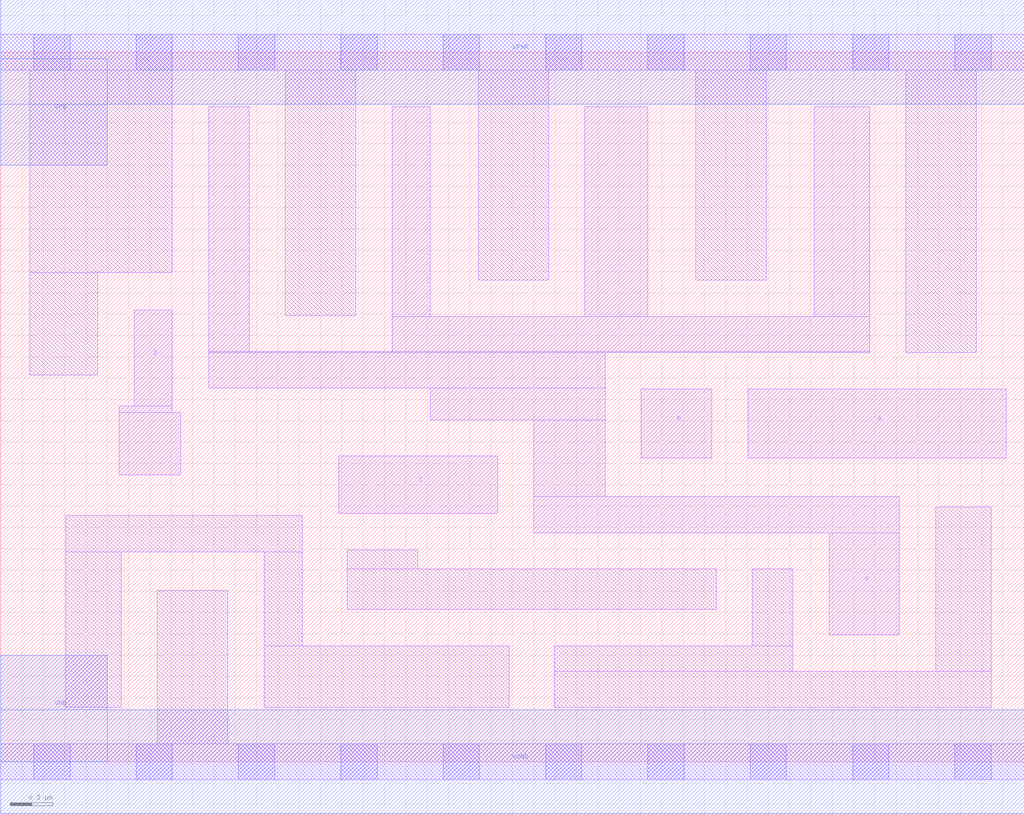
<source format=lef>
# Copyright 2020 The SkyWater PDK Authors
#
# Licensed under the Apache License, Version 2.0 (the "License");
# you may not use this file except in compliance with the License.
# You may obtain a copy of the License at
#
#     https://www.apache.org/licenses/LICENSE-2.0
#
# Unless required by applicable law or agreed to in writing, software
# distributed under the License is distributed on an "AS IS" BASIS,
# WITHOUT WARRANTIES OR CONDITIONS OF ANY KIND, either express or implied.
# See the License for the specific language governing permissions and
# limitations under the License.
#
# SPDX-License-Identifier: Apache-2.0

VERSION 5.5 ;
NAMESCASESENSITIVE ON ;
BUSBITCHARS "[]" ;
DIVIDERCHAR "/" ;
MACRO sky130_fd_sc_lp__nand4_2
  CLASS CORE ;
  SOURCE USER ;
  ORIGIN  0.000000  0.000000 ;
  SIZE  4.800000 BY  3.330000 ;
  SYMMETRY X Y R90 ;
  SITE unit ;
  PIN A
    ANTENNAGATEAREA  0.630000 ;
    DIRECTION INPUT ;
    USE SIGNAL ;
    PORT
      LAYER li1 ;
        RECT 3.505000 1.425000 4.715000 1.750000 ;
    END
  END A
  PIN B
    ANTENNAGATEAREA  0.630000 ;
    DIRECTION INPUT ;
    USE SIGNAL ;
    PORT
      LAYER li1 ;
        RECT 3.005000 1.425000 3.335000 1.750000 ;
    END
  END B
  PIN C
    ANTENNAGATEAREA  0.630000 ;
    DIRECTION INPUT ;
    USE SIGNAL ;
    PORT
      LAYER li1 ;
        RECT 1.585000 1.165000 2.330000 1.435000 ;
    END
  END C
  PIN D
    ANTENNAGATEAREA  0.630000 ;
    DIRECTION INPUT ;
    USE SIGNAL ;
    PORT
      LAYER li1 ;
        RECT 0.555000 1.345000 0.845000 1.640000 ;
        RECT 0.555000 1.640000 0.805000 1.670000 ;
        RECT 0.625000 1.670000 0.805000 2.120000 ;
    END
  END D
  PIN Y
    ANTENNADIFFAREA  1.646400 ;
    DIRECTION OUTPUT ;
    USE SIGNAL ;
    PORT
      LAYER li1 ;
        RECT 0.975000 1.755000 2.835000 1.920000 ;
        RECT 0.975000 1.920000 4.075000 1.925000 ;
        RECT 0.975000 1.925000 1.165000 3.075000 ;
        RECT 1.835000 1.925000 4.075000 2.090000 ;
        RECT 1.835000 2.090000 2.015000 3.075000 ;
        RECT 2.015000 1.605000 2.835000 1.755000 ;
        RECT 2.500000 1.075000 4.215000 1.245000 ;
        RECT 2.500000 1.245000 2.835000 1.605000 ;
        RECT 2.740000 2.090000 3.035000 3.075000 ;
        RECT 3.815000 2.090000 4.075000 3.075000 ;
        RECT 3.885000 0.595000 4.215000 1.075000 ;
    END
  END Y
  PIN VGND
    DIRECTION INOUT ;
    USE GROUND ;
    PORT
      LAYER met1 ;
        RECT 0.000000 -0.245000 4.800000 0.245000 ;
    END
  END VGND
  PIN VNB
    DIRECTION INOUT ;
    USE GROUND ;
    PORT
      LAYER met1 ;
        RECT 0.000000 0.000000 0.500000 0.500000 ;
    END
  END VNB
  PIN VPB
    DIRECTION INOUT ;
    USE POWER ;
    PORT
      LAYER met1 ;
        RECT 0.000000 2.800000 0.500000 3.300000 ;
    END
  END VPB
  PIN VPWR
    DIRECTION INOUT ;
    USE POWER ;
    PORT
      LAYER met1 ;
        RECT 0.000000 3.085000 4.800000 3.575000 ;
    END
  END VPWR
  OBS
    LAYER li1 ;
      RECT 0.000000 -0.085000 4.800000 0.085000 ;
      RECT 0.000000  3.245000 4.800000 3.415000 ;
      RECT 0.135000  1.815000 0.455000 2.295000 ;
      RECT 0.135000  2.295000 0.805000 3.245000 ;
      RECT 0.305000  0.255000 0.565000 0.985000 ;
      RECT 0.305000  0.985000 1.415000 1.155000 ;
      RECT 0.735000  0.085000 1.065000 0.805000 ;
      RECT 1.235000  0.255000 2.385000 0.545000 ;
      RECT 1.235000  0.545000 1.415000 0.985000 ;
      RECT 1.335000  2.095000 1.665000 3.245000 ;
      RECT 1.625000  0.715000 3.355000 0.905000 ;
      RECT 1.625000  0.905000 1.955000 0.995000 ;
      RECT 2.240000  2.260000 2.570000 3.245000 ;
      RECT 2.595000  0.255000 4.645000 0.425000 ;
      RECT 2.595000  0.425000 3.715000 0.545000 ;
      RECT 3.260000  2.260000 3.590000 3.245000 ;
      RECT 3.525000  0.545000 3.715000 0.905000 ;
      RECT 4.245000  1.920000 4.575000 3.245000 ;
      RECT 4.385000  0.425000 4.645000 1.195000 ;
    LAYER mcon ;
      RECT 0.155000 -0.085000 0.325000 0.085000 ;
      RECT 0.155000  3.245000 0.325000 3.415000 ;
      RECT 0.635000 -0.085000 0.805000 0.085000 ;
      RECT 0.635000  3.245000 0.805000 3.415000 ;
      RECT 1.115000 -0.085000 1.285000 0.085000 ;
      RECT 1.115000  3.245000 1.285000 3.415000 ;
      RECT 1.595000 -0.085000 1.765000 0.085000 ;
      RECT 1.595000  3.245000 1.765000 3.415000 ;
      RECT 2.075000 -0.085000 2.245000 0.085000 ;
      RECT 2.075000  3.245000 2.245000 3.415000 ;
      RECT 2.555000 -0.085000 2.725000 0.085000 ;
      RECT 2.555000  3.245000 2.725000 3.415000 ;
      RECT 3.035000 -0.085000 3.205000 0.085000 ;
      RECT 3.035000  3.245000 3.205000 3.415000 ;
      RECT 3.515000 -0.085000 3.685000 0.085000 ;
      RECT 3.515000  3.245000 3.685000 3.415000 ;
      RECT 3.995000 -0.085000 4.165000 0.085000 ;
      RECT 3.995000  3.245000 4.165000 3.415000 ;
      RECT 4.475000 -0.085000 4.645000 0.085000 ;
      RECT 4.475000  3.245000 4.645000 3.415000 ;
  END
END sky130_fd_sc_lp__nand4_2
END LIBRARY

</source>
